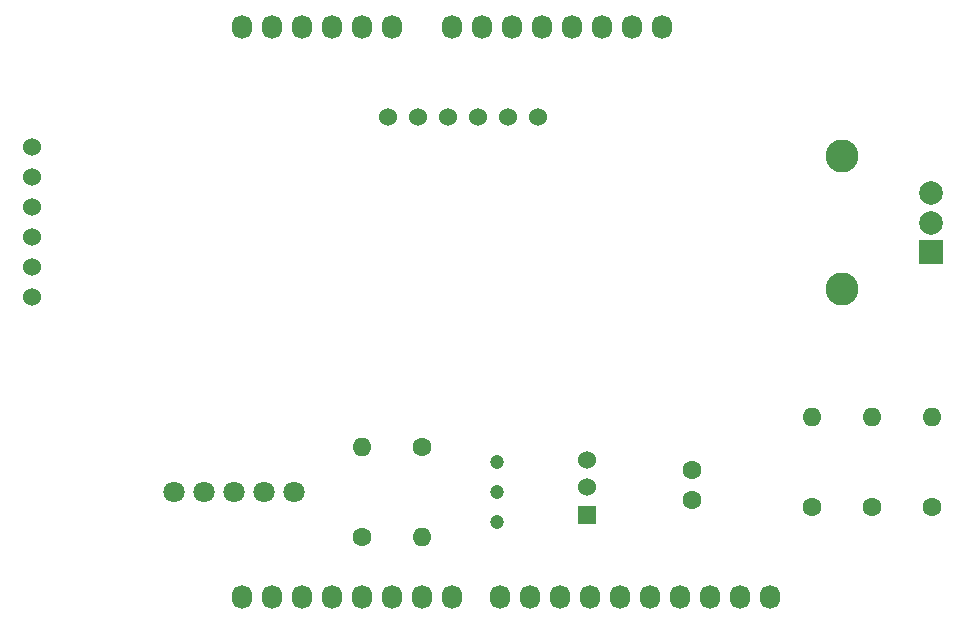
<source format=gbs>
G04 #@! TF.GenerationSoftware,KiCad,Pcbnew,(5.1.6)-1*
G04 #@! TF.CreationDate,2020-07-19T16:04:00+09:00*
G04 #@! TF.ProjectId,AutoIRShield,4175746f-4952-4536-9869-656c642e6b69,Ver1.0*
G04 #@! TF.SameCoordinates,Original*
G04 #@! TF.FileFunction,Soldermask,Bot*
G04 #@! TF.FilePolarity,Negative*
%FSLAX46Y46*%
G04 Gerber Fmt 4.6, Leading zero omitted, Abs format (unit mm)*
G04 Created by KiCad (PCBNEW (5.1.6)-1) date 2020-07-19 16:04:00*
%MOMM*%
%LPD*%
G01*
G04 APERTURE LIST*
%ADD10C,1.524000*%
%ADD11C,1.200000*%
%ADD12R,1.524000X1.524000*%
%ADD13C,1.600000*%
%ADD14C,2.800000*%
%ADD15C,2.000000*%
%ADD16R,2.000000X2.000000*%
%ADD17C,1.800000*%
%ADD18O,1.600000X1.600000*%
%ADD19O,1.727200X2.032000*%
G04 APERTURE END LIST*
D10*
X99568000Y-98425000D03*
X99568000Y-90805000D03*
X99568000Y-100965000D03*
X99568000Y-93345000D03*
X99568000Y-88265000D03*
X99568000Y-95885000D03*
X129728000Y-85725000D03*
X132268000Y-85725000D03*
X134808000Y-85725000D03*
X137348000Y-85725000D03*
X139888000Y-85725000D03*
X142428000Y-85725000D03*
D11*
X138938000Y-114935000D03*
X138938000Y-117475000D03*
X138938000Y-120015000D03*
D12*
X146558000Y-119380000D03*
D10*
X146558000Y-117080000D03*
X146558000Y-114780000D03*
D13*
X155448000Y-115570000D03*
X155448000Y-118110000D03*
D14*
X168158000Y-89055000D03*
D15*
X175658000Y-92155000D03*
X175658000Y-94655000D03*
D14*
X168158000Y-100255000D03*
D16*
X175658000Y-97155000D03*
D17*
X121793000Y-117475000D03*
X119253000Y-117475000D03*
X116713000Y-117475000D03*
X114173000Y-117475000D03*
X111633000Y-117475000D03*
D18*
X127508000Y-113665000D03*
D13*
X127508000Y-121285000D03*
D18*
X175768000Y-111125000D03*
D13*
X175768000Y-118745000D03*
D18*
X170688000Y-111125000D03*
D13*
X170688000Y-118745000D03*
D18*
X132588000Y-121285000D03*
D13*
X132588000Y-113665000D03*
D18*
X165608000Y-111125000D03*
D13*
X165608000Y-118745000D03*
D19*
X135128000Y-78105000D03*
X137668000Y-78105000D03*
X140208000Y-78105000D03*
X142748000Y-78105000D03*
X145288000Y-78105000D03*
X147828000Y-78105000D03*
X150368000Y-78105000D03*
X152908000Y-78105000D03*
X117348000Y-78105000D03*
X119888000Y-78105000D03*
X122428000Y-78105000D03*
X124968000Y-78105000D03*
X127508000Y-78105000D03*
X130048000Y-78105000D03*
X139192000Y-126365000D03*
X141732000Y-126365000D03*
X144272000Y-126365000D03*
X146812000Y-126365000D03*
X149352000Y-126365000D03*
X151892000Y-126365000D03*
X154432000Y-126365000D03*
X156972000Y-126365000D03*
X159512000Y-126365000D03*
X162052000Y-126365000D03*
X117348000Y-126365000D03*
X119888000Y-126365000D03*
X122428000Y-126365000D03*
X124968000Y-126365000D03*
X127508000Y-126365000D03*
X130048000Y-126365000D03*
X132588000Y-126365000D03*
X135128000Y-126365000D03*
M02*

</source>
